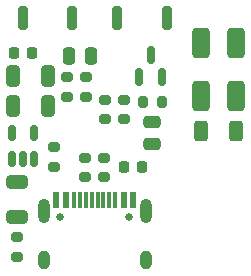
<source format=gts>
G04 #@! TF.GenerationSoftware,KiCad,Pcbnew,(6.0.4)*
G04 #@! TF.CreationDate,2023-03-05T19:47:51+01:00*
G04 #@! TF.ProjectId,hair-02,68616972-2d30-4322-9e6b-696361645f70,rev?*
G04 #@! TF.SameCoordinates,Original*
G04 #@! TF.FileFunction,Soldermask,Top*
G04 #@! TF.FilePolarity,Negative*
%FSLAX46Y46*%
G04 Gerber Fmt 4.6, Leading zero omitted, Abs format (unit mm)*
G04 Created by KiCad (PCBNEW (6.0.4)) date 2023-03-05 19:47:51*
%MOMM*%
%LPD*%
G01*
G04 APERTURE LIST*
G04 Aperture macros list*
%AMRoundRect*
0 Rectangle with rounded corners*
0 $1 Rounding radius*
0 $2 $3 $4 $5 $6 $7 $8 $9 X,Y pos of 4 corners*
0 Add a 4 corners polygon primitive as box body*
4,1,4,$2,$3,$4,$5,$6,$7,$8,$9,$2,$3,0*
0 Add four circle primitives for the rounded corners*
1,1,$1+$1,$2,$3*
1,1,$1+$1,$4,$5*
1,1,$1+$1,$6,$7*
1,1,$1+$1,$8,$9*
0 Add four rect primitives between the rounded corners*
20,1,$1+$1,$2,$3,$4,$5,0*
20,1,$1+$1,$4,$5,$6,$7,0*
20,1,$1+$1,$6,$7,$8,$9,0*
20,1,$1+$1,$8,$9,$2,$3,0*%
G04 Aperture macros list end*
%ADD10RoundRect,0.250000X-0.325000X-0.650000X0.325000X-0.650000X0.325000X0.650000X-0.325000X0.650000X0*%
%ADD11RoundRect,0.200000X-0.200000X-0.275000X0.200000X-0.275000X0.200000X0.275000X-0.200000X0.275000X0*%
%ADD12RoundRect,0.200000X0.275000X-0.200000X0.275000X0.200000X-0.275000X0.200000X-0.275000X-0.200000X0*%
%ADD13RoundRect,0.200000X-0.275000X0.200000X-0.275000X-0.200000X0.275000X-0.200000X0.275000X0.200000X0*%
%ADD14RoundRect,0.225000X-0.225000X-0.250000X0.225000X-0.250000X0.225000X0.250000X-0.225000X0.250000X0*%
%ADD15RoundRect,0.150000X0.150000X-0.587500X0.150000X0.587500X-0.150000X0.587500X-0.150000X-0.587500X0*%
%ADD16RoundRect,0.200000X-0.200000X-0.800000X0.200000X-0.800000X0.200000X0.800000X-0.200000X0.800000X0*%
%ADD17RoundRect,0.150000X0.150000X-0.512500X0.150000X0.512500X-0.150000X0.512500X-0.150000X-0.512500X0*%
%ADD18RoundRect,0.375000X-0.375000X-0.925000X0.375000X-0.925000X0.375000X0.925000X-0.375000X0.925000X0*%
%ADD19RoundRect,0.250000X-0.650000X0.325000X-0.650000X-0.325000X0.650000X-0.325000X0.650000X0.325000X0*%
%ADD20RoundRect,0.250000X-0.312500X-0.625000X0.312500X-0.625000X0.312500X0.625000X-0.312500X0.625000X0*%
%ADD21RoundRect,0.375000X0.375000X0.925000X-0.375000X0.925000X-0.375000X-0.925000X0.375000X-0.925000X0*%
%ADD22RoundRect,0.250000X-0.250000X-0.475000X0.250000X-0.475000X0.250000X0.475000X-0.250000X0.475000X0*%
%ADD23RoundRect,0.218750X-0.218750X-0.256250X0.218750X-0.256250X0.218750X0.256250X-0.218750X0.256250X0*%
%ADD24C,0.650000*%
%ADD25R,0.600000X1.450000*%
%ADD26R,0.300000X1.450000*%
%ADD27O,1.000000X2.100000*%
%ADD28O,1.000000X1.600000*%
%ADD29RoundRect,0.250000X-0.475000X0.250000X-0.475000X-0.250000X0.475000X-0.250000X0.475000X0.250000X0*%
%ADD30RoundRect,0.200000X0.200000X0.800000X-0.200000X0.800000X-0.200000X-0.800000X0.200000X-0.800000X0*%
G04 APERTURE END LIST*
D10*
X141575000Y-100350000D03*
X144525000Y-100350000D03*
D11*
X152575000Y-102500000D03*
X154225000Y-102500000D03*
D12*
X146200000Y-102075000D03*
X146200000Y-100425000D03*
D10*
X141575000Y-102850000D03*
X144525000Y-102850000D03*
D13*
X149400000Y-102325000D03*
X149400000Y-103975000D03*
D14*
X141675000Y-98400000D03*
X143225000Y-98400000D03*
D12*
X147800000Y-102075000D03*
X147800000Y-100425000D03*
X147700000Y-108875000D03*
X147700000Y-107225000D03*
D15*
X152300000Y-100437500D03*
X154200000Y-100437500D03*
X153250000Y-98562500D03*
D16*
X150400000Y-95450000D03*
X154600000Y-95450000D03*
D17*
X141500000Y-107387500D03*
X142450000Y-107387500D03*
X143400000Y-107387500D03*
X143400000Y-105112500D03*
X141500000Y-105112500D03*
D18*
X157500000Y-97500000D03*
X160500000Y-97500000D03*
D19*
X141900000Y-109325000D03*
X141900000Y-112275000D03*
D20*
X157537500Y-105000000D03*
X160462500Y-105000000D03*
D21*
X160500000Y-102000000D03*
X157500000Y-102000000D03*
D22*
X146300000Y-98650000D03*
X148200000Y-98650000D03*
D12*
X151000000Y-103975000D03*
X151000000Y-102325000D03*
D23*
X150962500Y-108050000D03*
X152537500Y-108050000D03*
D12*
X149300000Y-108875000D03*
X149300000Y-107225000D03*
D24*
X145610000Y-112250000D03*
X151390000Y-112250000D03*
D25*
X145250000Y-110805000D03*
X146050000Y-110805000D03*
D26*
X147250000Y-110805000D03*
X148250000Y-110805000D03*
X148750000Y-110805000D03*
X149750000Y-110805000D03*
D25*
X150950000Y-110805000D03*
X151750000Y-110805000D03*
X151750000Y-110805000D03*
X150950000Y-110805000D03*
D26*
X150250000Y-110805000D03*
X149250000Y-110805000D03*
X147750000Y-110805000D03*
X146750000Y-110805000D03*
D25*
X146050000Y-110805000D03*
X145250000Y-110805000D03*
D27*
X144180000Y-111720000D03*
D28*
X144180000Y-115900000D03*
D27*
X152820000Y-111720000D03*
D28*
X152820000Y-115900000D03*
D29*
X153400000Y-104200000D03*
X153400000Y-106100000D03*
D12*
X141900000Y-115625000D03*
X141900000Y-113975000D03*
D30*
X146600000Y-95450000D03*
X142400000Y-95450000D03*
D12*
X145100000Y-108025000D03*
X145100000Y-106375000D03*
M02*

</source>
